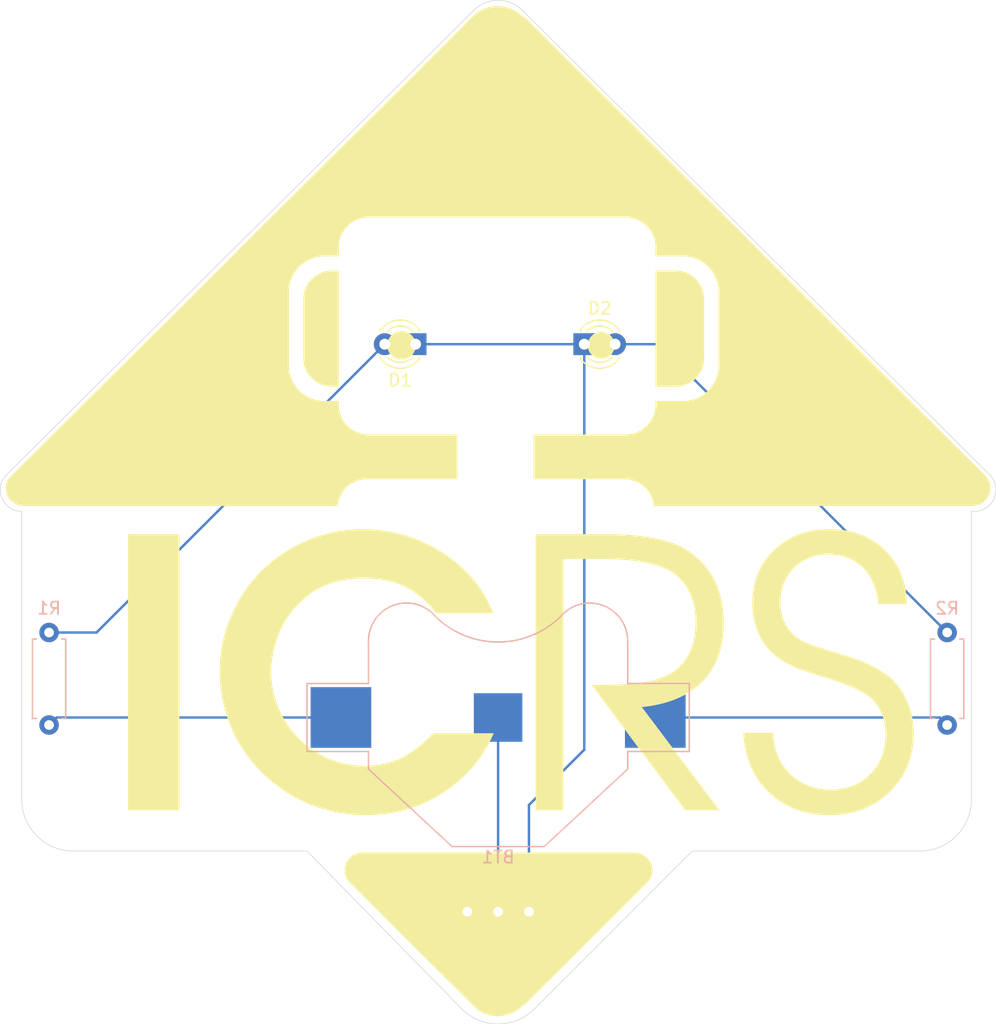
<source format=kicad_pcb>
(kicad_pcb (version 20241229) (generator "pcbnew") (generator_version "9.0")
  (layers (0 "F.Cu" signal) (2 "B.Cu" signal) (13 "F.Paste" user) (15 "B.Paste" user) (5 "F.SilkS" user "F.Silkscreen") (7 "B.SilkS" user "B.Silkscreen") (1 "F.Mask" user) (3 "B.Mask" user) (25 "Edge.Cuts" user))
  (net 0 "")
  (net 1 "GND")
  (net 2 "Net-(BT1-+)")
  (net 3 "Net-(D1-K)")
  (net 4 "Net-(D1-A)")
  (net 5 "Net-(D2-A)")
  (footprint "LED_THT:LED_D3.0mm" (layer "F.Cu") (at -6.8 -13.75 180)
    (property "Reference" "D1")
    (property "Value" "LED")
  )
  (footprint "Button_Switch_THT:SW_Slide-03_Wuerth-WS-SLTV_10x2.5x6.4_P2.54mm" (layer "F.Cu") (at 0 33 180)
    (property "Reference" "SW1")
    (property "Value" "SW_SPDT")
  )
  (footprint "LED_THT:LED_D3.0mm" (layer "F.Cu") (at 7.1 -13.75)
    (property "Reference" "D2")
    (property "Value" "LED")
  )
  (footprint "Battery:BatteryHolder_Multicomp_BC-2001_1x2032" (layer "B.Cu") (at 0 17 180)
    (property "Reference" "BT1")
    (property "Value" "Battery_Cell")
  )
  (footprint "Resistor_THT:R_Axial_DIN0207_L6.3mm_D2.5mm_P7.62mm_Horizontal" (layer "B.Cu") (at 37 10 -90)
    (property "Reference" "R2")
    (property "Value" "R")
  )
  (footprint "Resistor_THT:R_Axial_DIN0207_L6.3mm_D2.5mm_P7.62mm_Horizontal" (layer "B.Cu") (at -37 10 -90)
    (property "Reference" "R1")
    (property "Value" "R")
  )
  (gr_poly (pts (xy -13.123604 -10.2438) (xy -13.677245 -10.2438) (xy -13.799104 -10.246867) (xy -13.919362 -10.255969) (xy -14.037871 -10.270959) (xy -14.154482 -10.291687) (xy -14.269046 -10.318007) (xy -14.381415 -10.34977) (xy -14.491439 -10.386827) (xy -14.598971 -10.429031) (xy -14.703861 -10.476234) (xy -14.80596 -10.528288) (xy -14.90512 -10.585044) (xy -15.001192 -10.646355) (xy -15.094028 -10.712072) (xy -15.183478 -10.782048) (xy -15.269394 -10.856134) (xy -15.351627 -10.934182) (xy -15.430029 -11.016044) (xy -15.504451 -11.101572) (xy -15.574743 -11.190618) (xy -15.640758 -11.283034) (xy -15.702346 -11.378672) (xy -15.759359 -11.477383) (xy -15.811648 -11.57902) (xy -15.859065 -11.683435) (xy -15.90146 -11.790479) (xy -15.938685 -11.900005) (xy -15.970591 -12.011864) (xy -15.997029 -12.125908) (xy -16.017851 -12.241989) (xy -16.032909 -12.35996) (xy -16.042052 -12.479671) (xy -16.045133 -12.600975) (xy -16.045133 -17.462824) (xy -16.042052 -17.584104) (xy -16.03291 -17.703793) (xy -16.017855 -17.821742) (xy -15.997035 -17.937804) (xy -15.970599 -18.051829) (xy -15.938696 -18.163671) (xy -15.901475 -18.273181) (xy -15.859083 -18.38021) (xy -15.811671 -18.484612) (xy -15.759386 -18.586236) (xy -15.702377 -18.684937) (xy -15.640792 -18.780564) (xy -15.574782 -18.872971) (xy -15.504493 -18.962008) (xy -15.430075 -19.047529) (xy -15.351677 -19.129384) (xy -15.269446 -19.207426) (xy -15.183532 -19.281507) (xy -15.094084 -19.351478) (xy -15.00125 -19.417191) (xy -14.905178 -19.478499) (xy -14.806018 -19.535252) (xy -14.703918 -19.587304) (xy -14.599026 -19.634505) (xy -14.491492 -19.676708) (xy -14.381464 -19.713764) (xy -14.26909 -19.745526) (xy -14.15452 -19.771845) (xy -14.037902 -19.792573) (xy -13.919384 -19.807563) (xy -13.799116 -19.816665) (xy -13.677245 -19.819732) (xy -13.123604 -19.819732)) (fill yes) (layer "F.SilkS"))
  (gr_poly (pts (xy 27.63191 1.491418) (xy 27.970923 1.511334) (xy 28.301789 1.544525) (xy 28.624509 1.590994) (xy 28.939084 1.650739) (xy 29.245514 1.723761) (xy 29.5438 1.81006) (xy 29.833944 1.909635) (xy 30.115945 2.022487) (xy 30.389805 2.148616) (xy 30.655525 2.288021) (xy 30.913104 2.440703) (xy 31.162544 2.606662) (xy 31.403846 2.785898) (xy 31.637011 2.97841) (xy 31.862038 3.184199) (xy 32.076327 3.400794) (xy 32.277271 3.625723) (xy 32.464872 3.858988) (xy 32.639131 4.100589) (xy 32.800049 4.350527) (xy 32.947628 4.608802) (xy 33.081866 4.875415) (xy 33.202767 5.150367) (xy 33.310331 5.433657) (xy 33.404559 5.725288) (xy 33.485451 6.025258) (xy 33.553009 6.33357) (xy 33.607234 6.650223) (xy 33.648126 6.975218) (xy 33.675687 7.308556) (xy 33.689917 7.650237) (xy 31.303109 7.650237) (xy 31.28409 7.421912) (xy 31.257344 7.199347) (xy 31.222872 6.982541) (xy 31.180676 6.771493) (xy 31.130754 6.566202) (xy 31.073107 6.366667) (xy 31.007737 6.172888) (xy 30.934642 5.984862) (xy 30.853824 5.80259) (xy 30.765283 5.62607) (xy 30.669019 5.455301) (xy 30.565033 5.290283) (xy 30.453325 5.131013) (xy 30.333895 4.977492) (xy 30.206744 4.829718) (xy 30.071873 4.68769) (xy 29.930612 4.552978) (xy 29.784449 4.426952) (xy 29.633383 4.309611) (xy 29.477418 4.200958) (xy 29.316553 4.100993) (xy 29.150791 4.009716) (xy 28.980134 3.927129) (xy 28.804582 3.853231) (xy 28.624137 3.788025) (xy 28.438802 3.73151) (xy 28.248577 3.683688) (xy 28.053464 3.644559) (xy 27.853465 3.614124) (xy 27.64858 3.592384) (xy 27.438812 3.579339) (xy 27.224163 3.574991) (xy 27.01122 3.57937) (xy 26.803003 3.592508) (xy 26.59951 3.614402) (xy 26.400741 3.645052) (xy 26.206696 3.684457) (xy 26.017375 3.732614) (xy 25.832776 3.789524) (xy 25.6529 3.855185) (xy 25.477747 3.929596) (xy 25.307315 4.012755) (xy 25.141605 4.104662) (xy 24.980615 4.205315) (xy 24.824346 4.314714) (xy 24.672797 4.432856) (xy 24.525968 4.559741) (xy 24.383858 4.695368) (xy 24.248501 4.837793) (xy 24.121878 4.984974) (xy 24.003988 5.136911) (xy 23.894833 5.293602) (xy 23.79441 5.455049) (xy 23.702721 5.62125) (xy 23.619765 5.792205) (xy 23.545542 5.967913) (xy 23.480052 6.148375) (xy 23.423295 6.333589) (xy 23.375269 6.523556) (xy 23.335976 6.718274) (xy 23.305416 6.917744) (xy 23.283587 7.121966) (xy 23.270489 7.330938) (xy 23.266124 7.54466) (xy 23.26724 7.642166) (xy 23.270591 7.739071) (xy 23.276177 7.835378) (xy 23.284 7.931088) (xy 23.294062 8.026202) (xy 23.306364 8.120723) (xy 23.320908 8.214651) (xy 23.337695 8.307988) (xy 23.356727 8.400737) (xy 23.378005 8.492897) (xy 23.401532 8.584472) (xy 23.427308 8.675462) (xy 23.455334 8.765869) (xy 23.485614 8.855695) (xy 23.518147 8.944941) (xy 23.552936 9.033608) (xy 23.589608 9.120961) (xy 23.627938 9.206311) (xy 23.667926 9.28966) (xy 23.709572 9.371008) (xy 23.752876 9.450357) (xy 23.797836 9.527706) (xy 23.844452 9.603057) (xy 23.892725 9.676411) (xy 23.942654 9.747768) (xy 23.994238 9.817129) (xy 24.047477 9.884495) (xy 24.10237 9.949867) (xy 24.158918 10.013245) (xy 24.217119 10.07463) (xy 24.276975 10.134024) (xy 24.338483 10.191426) (xy 24.458749 10.287517) (xy 24.585391 10.380326) (xy 24.718411 10.469846) (xy 24.857811 10.556069) (xy 25.003591 10.638986) (xy 25.155754 10.718591) (xy 25.314302 10.794874) (xy 25.479235 10.867829) (xy 25.661264 10.942088) (xy 25.871398 11.021989) (xy 26.109634 11.107529) (xy 26.375975 11.198708) (xy 26.992967 11.397975) (xy 27.722372 11.619777) (xy 28.140027 11.745774) (xy 28.531968 11.867982) (xy 28.898194 11.986407) (xy 29.238699 12.101056) (xy 29.553482 12.211934) (xy 29.842539 12.319047) (xy 30.105868 12.422403) (xy 30.343465 12.522006) (xy 30.565586 12.621965) (xy 30.782782 12.726094) (xy 30.995055 12.83441) (xy 31.202403 12.946926) (xy 31.404828 13.06366) (xy 31.60233 13.184625) (xy 31.794908 13.309839) (xy 31.982564 13.439317) (xy 32.114729 13.54266) (xy 32.243186 13.649642) (xy 32.367936 13.760263) (xy 32.488979 13.874524) (xy 32.606315 13.992426) (xy 32.719944 14.11397) (xy 32.829868 14.239156) (xy 32.936086 14.367987) (xy 33.038599 14.500462) (xy 33.137407 14.636583) (xy 33.232511 14.77635) (xy 33.32391 14.919766) (xy 33.411606 15.06683) (xy 33.495599 15.217543) (xy 33.575889 15.371908) (xy 33.652476 15.529923) (xy 33.724756 15.690537) (xy 33.792369 15.852793) (xy 33.855317 16.016692) (xy 33.9136 16.182234) (xy 33.967217 16.349419) (xy 34.016171 16.518246) (xy 34.06046 16.688715) (xy 34.100085 16.860826) (xy 34.135047 17.034578) (xy 34.165346 17.209973) (xy 34.190983 17.387008) (xy 34.211957 17.565685) (xy 34.22827 17.746003) (xy 34.239922 17.927961) (xy 34.246912 18.11156) (xy 34.249243 18.296799) (xy 34.241567 18.655818) (xy 34.218543 19.007189) (xy 34.180169 19.350913) (xy 34.126449 19.686993) (xy 34.057384 20.015429) (xy 33.972974 20.336222) (xy 33.873221 20.649374) (xy 33.758127 20.954887) (xy 33.627693 21.252761) (xy 33.48192 21.542999) (xy 33.320809 21.825601) (xy 33.144362 22.100568) (xy 32.952581 22.367903) (xy 32.745466 22.627606) (xy 32.523019 22.879679) (xy 32.285241 23.124122) (xy 32.035797 23.35723) (xy 31.77845 23.575295) (xy 31.513198 23.778317) (xy 31.24004 23.966297) (xy 30.958977 24.139234) (xy 30.670008 24.297131) (xy 30.373132 24.439988) (xy 30.068348 24.567804) (xy 29.755656 24.680581) (xy 29.435056 24.778319) (xy 29.106546 24.861019) (xy 28.770126 24.928682) (xy 28.425796 24.981307) (xy 28.073555 25.018896) (xy 27.713402 25.041449) (xy 27.345337 25.048966) (xy 26.964567 25.041711) (xy 26.592641 25.019945) (xy 26.22956 24.983668) (xy 25.875325 24.932881) (xy 25.529936 24.867583) (xy 25.193395 24.787774) (xy 24.865702 24.693455) (xy 24.546859 24.584625) (xy 24.236867 24.461284) (xy 23.935726 24.323432) (xy 23.643437 24.171069) (xy 23.360002 24.004196) (xy 23.085421 23.822812) (xy 22.819696 23.626917) (xy 22.562826 23.416511) (xy 22.314814 23.191595) (xy 22.078195 22.954764) (xy 21.855501 22.708468) (xy 21.646732 22.452707) (xy 21.451887 22.187481) (xy 21.270967 21.912792) (xy 21.103971 21.62864) (xy 20.9509 21.335025) (xy 20.811754 21.031948) (xy 20.686532 20.719409) (xy 20.575235 20.39741) (xy 20.477863 20.06595) (xy 20.394415 19.725031) (xy 20.324892 19.374652) (xy 20.269293 19.014815) (xy 20.227619 18.645521) (xy 20.19987 18.266768) (xy 22.647265 18.266768) (xy 22.676112 18.531485) (xy 22.709958 18.784203) (xy 22.748793 19.024928) (xy 22.792606 19.253666) (xy 22.841387 19.470424) (xy 22.895123 19.675207) (xy 22.953804 19.868022) (xy 22.984996 19.959944) (xy 23.01742 20.048876) (xy 23.051389 20.135861) (xy 23.087316 20.222092) (xy 23.125202 20.307567) (xy 23.165043 20.392286) (xy 23.206839 20.476248) (xy 23.25059 20.559452) (xy 23.296293 20.641896) (xy 23.343947 20.72358) (xy 23.393552 20.804503) (xy 23.445106 20.884663) (xy 23.498607 20.964061) (xy 23.554056 21.042694) (xy 23.61145 21.120563) (xy 23.670788 21.197665) (xy 23.73207 21.274001) (xy 23.795294 21.349568) (xy 23.874038 21.442307) (xy 23.955439 21.532458) (xy 24.039498 21.620019) (xy 24.126214 21.70499) (xy 24.215587 21.787372) (xy 24.307617 21.867164) (xy 24.402304 21.944366) (xy 24.499648 22.018977) (xy 24.59965 22.090998) (xy 24.702308 22.160429) (xy 24.807624 22.227268) (xy 24.915597 22.291517) (xy 25.026226 22.353174) (xy 25.139513 22.41224) (xy 25.255457 22.468715) (xy 25.374058 22.522597) (xy 25.49436 22.573588) (xy 25.615552 22.621289) (xy 25.737634 22.6657) (xy 25.860607 22.706821) (xy 25.984472 22.744653) (xy 26.109229 22.779194) (xy 26.234878 22.810446) (xy 26.361419 22.838409) (xy 26.488853 22.863081) (xy 26.617181 22.884464) (xy 26.746403 22.902557) (xy 26.876518 22.917361) (xy 27.007528 22.928874) (xy 27.139433 22.937098) (xy 27.272233 22.942033) (xy 27.405928 22.943678) (xy 27.648689 22.938686) (xy 27.886085 22.923709) (xy 28.118117 22.898748) (xy 28.344783 22.863801) (xy 28.566084 22.818867) (xy 28.782019 22.763947) (xy 28.992587 22.69904) (xy 29.197789 22.624144) (xy 29.397623 22.53926) (xy 29.59209 22.444387) (xy 29.781189 22.339524) (xy 29.96492 22.224671) (xy 30.143282 22.099827) (xy 30.316275 21.964992) (xy 30.483898 21.820164) (xy 30.646151 21.665344) (xy 30.800689 21.5029) (xy 30.945264 21.335051) (xy 31.079874 21.161796) (xy 31.204519 20.983134) (xy 31.319198 20.799064) (xy 31.42391 20.609587) (xy 31.518654 20.4147) (xy 31.603429 20.214404) (xy 31.678234 20.008697) (xy 31.743068 19.797578) (xy 31.79793 19.581048) (xy 31.84282 19.359104) (xy 31.877735 19.131747) (xy 31.902676 18.898976) (xy 31.917642 18.660789) (xy 31.92263 18.417187) (xy 31.916612 18.15069) (xy 31.898557 17.892537) (xy 31.868465 17.642726) (xy 31.826337 17.401256) (xy 31.772171 17.168128) (xy 31.705967 16.943341) (xy 31.627726 16.726894) (xy 31.537447 16.518786) (xy 31.43513 16.319017) (xy 31.379457 16.222259) (xy 31.320775 16.127587) (xy 31.259082 16.034998) (xy 31.194381 15.944494) (xy 31.126669 15.856074) (xy 31.055948 15.769739) (xy 30.905476 15.603321) (xy 30.742966 15.445238) (xy 30.568416 15.295492) (xy 30.381826 15.15408) (xy 30.23863 15.060234) (xy 30.084817 14.966615) (xy 29.74534 14.780062) (xy 29.363393 14.59443) (xy 28.938975 14.409725) (xy 28.472086 14.225957) (xy 27.962722 14.043133) (xy 27.410883 13.861261) (xy 26.816567 13.680348) (xy 26.33684 13.529848) (xy 25.894614 13.386625) (xy 25.489895 13.250688) (xy 25.122691 13.122047) (xy 24.793011 13.000711) (xy 24.500862 12.886689) (xy 24.246251 12.779991) (xy 24.029187 12.680626) (xy 23.930509 12.631652) (xy 23.832714 12.580625) (xy 23.735803 12.527544) (xy 23.639775 12.472409) (xy 23.544629 12.415218) (xy 23.450367 12.355972) (xy 23.356987 12.29467) (xy 23.26449 12.231312) (xy 23.172875 12.165896) (xy 23.082141 12.098422) (xy 22.99229 12.028889) (xy 22.90332 11.957298) (xy 22.815231 11.883648) (xy 22.728024 11.807937) (xy 22.641697 11.730166) (xy 22.556251 11.650333) (xy 22.461316 11.560563) (xy 22.369094 11.467909) (xy 22.279585 11.372374) (xy 22.192791 11.273957) (xy 22.108712 11.17266) (xy 22.027347 11.068483) (xy 21.948698 10.961427) (xy 21.872764 10.851493) (xy 21.799547 10.738681) (xy 21.729046 10.622993) (xy 21.661262 10.504429) (xy 21.596196 10.382991) (xy 21.533847 10.258678) (xy 21.474216 10.131492) (xy 21.417303 10.001433) (xy 21.363109 9.868502) (xy 21.311859 9.733691) (xy 21.263922 9.597993) (xy 21.219298 9.461409) (xy 21.177985 9.323939) (xy 21.139982 9.185583) (xy 21.10529 9.046342) (xy 21.073906 8.906214) (xy 21.045829 8.765202) (xy 21.021059 8.623304) (xy 20.999595 8.480522) (xy 20.981436 8.336855) (xy 20.966581 8.192303) (xy 20.955029 8.046868) (xy 20.946778 7.900548) (xy 20.941828 7.753344) (xy 20.940179 7.605257) (xy 20.947172 7.274396) (xy 20.968151 6.950996) (xy 21.003116 6.635056) (xy 21.052066 6.326577) (xy 21.115 6.025558) (xy 21.191918 5.732) (xy 21.28282 5.445904) (xy 21.387703 5.167268) (xy 21.506569 4.896095) (xy 21.639417 4.632383) (xy 21.786245 4.376133) (xy 21.947053 4.127345) (xy 22.121841 3.88602) (xy 22.310608 3.652157) (xy 22.513354 3.425757) (xy 22.730078 3.20682) (xy 22.957648 2.998314) (xy 23.19283 2.803255) (xy 23.435624 2.621645) (xy 23.686031 2.453483) (xy 23.94405 2.298772) (xy 24.209682 2.15751) (xy 24.482927 2.029699) (xy 24.763785 1.91534) (xy 25.052257 1.814432) (xy 25.348342 1.726977) (xy 25.652041 1.652975) (xy 25.963354 1.592426) (xy 26.282281 1.545332) (xy 26.608823 1.511692) (xy 26.942979 1.491508) (xy 27.28475 1.48478)) (fill yes) (layer "F.SilkS"))
  (gr_poly (pts (xy 8.555679 -14.762501) (xy 8.612196 -14.758224) (xy 8.667892 -14.751181) (xy 8.722697 -14.741441) (xy 8.776541 -14.729074) (xy 8.829353 -14.714149) (xy 8.881065 -14.696736) (xy 8.931606 -14.676904) (xy 8.980905 -14.654723) (xy 9.028894 -14.630262) (xy 9.075501 -14.603591) (xy 9.120658 -14.574779) (xy 9.164294 -14.543896) (xy 9.206339 -14.511011) (xy 9.246724 -14.476193) (xy 9.285377 -14.439513) (xy 9.32223 -14.40104) (xy 9.357213 -14.360842) (xy 9.390255 -14.318991) (xy 9.421286 -14.275554) (xy 9.450237 -14.230602) (xy 9.477037 -14.184205) (xy 9.501617 -14.136431) (xy 9.523907 -14.08735) (xy 9.543836 -14.037032) (xy 9.561335 -13.985547) (xy 9.576334 -13.932962) (xy 9.588763 -13.879349) (xy 9.598552 -13.824777) (xy 9.60563 -13.769315) (xy 9.609928 -13.713032) (xy 9.611377 -13.655999) (xy 9.609928 -13.599001) (xy 9.60563 -13.542749) (xy 9.598552 -13.487313) (xy 9.588763 -13.432763) (xy 9.576334 -13.379168) (xy 9.561335 -13.326599) (xy 9.543836 -13.275125) (xy 9.523907 -13.224815) (xy 9.501617 -13.17574) (xy 9.477037 -13.127969) (xy 9.450237 -13.081572) (xy 9.421286 -13.036619) (xy 9.390255 -12.993178) (xy 9.357213 -12.951321) (xy 9.32223 -12.911116) (xy 9.285377 -12.872634) (xy 9.246724 -12.835944) (xy 9.206339 -12.801116) (xy 9.164294 -12.768219) (xy 9.120658 -12.737324) (xy 9.075501 -12.708499) (xy 9.028894 -12.681816) (xy 8.980905 -12.657343) (xy 8.931606 -12.635149) (xy 8.881065 -12.615306) (xy 8.829353 -12.597883) (xy 8.776541 -12.582948) (xy 8.722697 -12.570573) (xy 8.667892 -12.560826) (xy 8.612196 -12.553778) (xy 8.555679 -12.549498) (xy 8.49841 -12.548056) (xy 8.441117 -12.549498) (xy 8.384576 -12.553777) (xy 8.328858 -12.560823) (xy 8.274033 -12.570567) (xy 8.220171 -12.58294) (xy 8.167341 -12.597871) (xy 8.115613 -12.615291) (xy 8.065058 -12.635131) (xy 8.015745 -12.65732) (xy 7.967744 -12.681789) (xy 7.921125 -12.708468) (xy 7.875958 -12.737289) (xy 7.832313 -12.76818) (xy 7.790259 -12.801073) (xy 7.749868 -12.835897) (xy 7.711207 -12.872584) (xy 7.674349 -12.911063) (xy 7.639361 -12.951266) (xy 7.606315 -12.993121) (xy 7.57528 -13.03656) (xy 7.546326 -13.081513) (xy 7.519523 -13.12791) (xy 7.494941 -13.175682) (xy 7.47265 -13.224759) (xy 7.452719 -13.275071) (xy 7.435219 -13.32655) (xy 7.420219 -13.379124) (xy 7.40779 -13.432724) (xy 7.398002 -13.487282) (xy 7.390923 -13.542727) (xy 7.386625 -13.598989) (xy 7.385176 -13.655999) (xy 7.386625 -13.713032) (xy 7.390923 -13.769315) (xy 7.398002 -13.824777) (xy 7.40779 -13.879349) (xy 7.420219 -13.932962) (xy 7.435219 -13.985547) (xy 7.452719 -14.037032) (xy 7.47265 -14.08735) (xy 7.494941 -14.136431) (xy 7.519523 -14.184205) (xy 7.546326 -14.230602) (xy 7.57528 -14.275554) (xy 7.606315 -14.318991) (xy 7.639361 -14.360842) (xy 7.674349 -14.40104) (xy 7.711207 -14.439513) (xy 7.749868 -14.476193) (xy 7.790259 -14.511011) (xy 7.832313 -14.543896) (xy 7.875958 -14.574779) (xy 7.921125 -14.603591) (xy 7.967744 -14.630262) (xy 8.015745 -14.654723) (xy 8.065058 -14.676904) (xy 8.115613 -14.696736) (xy 8.167341 -14.714149) (xy 8.220171 -14.729074) (xy 8.274033 -14.741441) (xy 8.328858 -14.751181) (xy 8.384576 -14.758224) (xy 8.441117 -14.762501) (xy 8.49841 -14.763942)) (fill yes) (layer "F.SilkS"))
  (gr_poly (pts (xy 14.731882 -19.816932) (xy 14.852142 -19.80783) (xy 14.970654 -19.79284) (xy 15.087269 -19.772112) (xy 15.201839 -19.745792) (xy 15.314215 -19.714029) (xy 15.424247 -19.676972) (xy 15.531787 -19.634767) (xy 15.636686 -19.587564) (xy 15.738796 -19.535511) (xy 15.837967 -19.478754) (xy 15.93405 -19.417444) (xy 16.026897 -19.351727) (xy 16.11636 -19.281751) (xy 16.202288 -19.207665) (xy 16.284534 -19.129617) (xy 16.362948 -19.047755) (xy 16.437382 -18.962227) (xy 16.507686 -18.873181) (xy 16.573713 -18.780765) (xy 16.635313 -18.685127) (xy 16.692337 -18.586416) (xy 16.744636 -18.484779) (xy 16.792062 -18.380364) (xy 16.834466 -18.27332) (xy 16.871699 -18.163794) (xy 16.903613 -18.051935) (xy 16.930057 -17.937891) (xy 16.950884 -17.82181) (xy 16.965945 -17.703839) (xy 16.975091 -17.584128) (xy 16.978172 -17.462824) (xy 16.978172 -12.600975) (xy 16.975091 -12.479671) (xy 16.965945 -12.35996) (xy 16.950884 -12.241989) (xy 16.930057 -12.125908) (xy 16.903613 -12.011865) (xy 16.871699 -11.900007) (xy 16.834466 -11.790482) (xy 16.792062 -11.683439) (xy 16.744636 -11.579026) (xy 16.692337 -11.477391) (xy 16.635313 -11.378683) (xy 16.573713 -11.283048) (xy 16.507686 -11.190636) (xy 16.437382 -11.101594) (xy 16.362948 -11.016071) (xy 16.284534 -10.934215) (xy 16.202288 -10.856173) (xy 16.11636 -10.782095) (xy 16.026897 -10.712128) (xy 15.93405 -10.64642) (xy 15.837967 -10.585119) (xy 15.738796 -10.528374) (xy 15.636686 -10.476333) (xy 15.531787 -10.429143) (xy 15.424247 -10.386953) (xy 15.314215 -10.349911) (xy 15.201839 -10.318166) (xy 15.087269 -10.291865) (xy 14.970654 -10.271156) (xy 14.852142 -10.256187) (xy 14.731882 -10.247108) (xy 14.610022 -10.244065) (xy 12.970003 -10.244065) (xy 12.970003 -19.819999) (xy 14.610022 -19.819999)) (fill yes) (layer "F.SilkS"))
  (gr_poly (pts (xy -0.029691 -41.602079) (xy 0.008402 -41.601508) (xy 0.046557 -41.600577) (xy 0.077137 -41.599574) (xy 0.107743 -41.598324) (xy 0.138348 -41.596758) (xy 0.168928 -41.594809) (xy 0.205296 -41.591884) (xy 0.241591 -41.58853) (xy 0.277835 -41.584772) (xy 0.314053 -41.58063) (xy 0.34637 -41.576488) (xy 0.378513 -41.572007) (xy 0.410607 -41.567212) (xy 0.442776 -41.562123) (xy 0.477218 -41.556348) (xy 0.511663 -41.550167) (xy 0.546059 -41.543535) (xy 0.580357 -41.536408) (xy 0.613804 -41.528905) (xy 0.647115 -41.520907) (xy 0.68035 -41.512548) (xy 0.713571 -41.503964) (xy 0.746168 -41.495282) (xy 0.778676 -41.48642) (xy 0.81111 -41.477198) (xy 0.843481 -41.467435) (xy 0.877667 -41.456248) (xy 0.911779 -41.444452) (xy 0.945841 -41.432251) (xy 0.97988 -41.419848) (xy 1.040731 -41.397376) (xy 1.071034 -41.385713) (xy 1.086132 -41.379676) (xy 1.101188 -41.373464) (xy 1.118763 -41.366024) (xy 1.13627 -41.358334) (xy 1.171104 -41.342371) (xy 1.205739 -41.325912) (xy 1.240224 -41.309296) (xy 1.296186 -41.282529) (xy 1.324092 -41.268842) (xy 1.337961 -41.261775) (xy 1.351751 -41.254502) (xy 1.369805 -41.244629) (xy 1.38776 -41.234502) (xy 1.423435 -41.213646) (xy 1.458887 -41.192249) (xy 1.494225 -41.170626) (xy 1.518907 -41.155692) (xy 1.543638 -41.140915) (xy 1.56827 -41.125913) (xy 1.580502 -41.118208) (xy 1.592654 -41.110303) (xy 1.612055 -41.097163) (xy 1.631284 -41.083728) (xy 1.650368 -41.070039) (xy 1.669332 -41.056139) (xy 1.707007 -41.027874) (xy 1.744522 -40.999272) (xy 1.754278 -40.991953) (xy 1.764081 -40.984743) (xy 1.783714 -40.970462) (xy 1.793488 -40.963295) (xy 1.803197 -40.956046) (xy 1.812813 -40.948667) (xy 1.822308 -40.941111) (xy 1.850095 -40.918138) (xy 1.877683 -40.894813) (xy 1.90506 -40.871122) (xy 1.932212 -40.847051) (xy 1.959129 -40.822586) (xy 1.985797 -40.797712) (xy 2.012205 -40.772416) (xy 2.038339 -40.746683) (xy 2.053659 -40.73198) (xy 2.06881 -40.718498) (xy 2.083796 -40.706212) (xy 2.09862 -40.695099) (xy 2.113285 -40.685133) (xy 2.127792 -40.67629) (xy 2.142145 -40.668546) (xy 2.156347 -40.661877) (xy 2.170399 -40.656259) (xy 2.184305 -40.651667) (xy 2.198068 -40.648077) (xy 2.21169 -40.645464) (xy 2.225174 -40.643805) (xy 2.238522 -40.643075) (xy 2.251737 -40.643249) (xy 2.264823 -40.644304) (xy 40.110554 -2.971597) (xy 40.112671 -2.968871) (xy 40.114674 -2.966195) (xy 40.118431 -2.96095) (xy 40.125639 -2.950612) (xy 40.129481 -2.945362) (xy 40.131546 -2.942682) (xy 40.13374 -2.939952) (xy 40.136087 -2.937162) (xy 40.138613 -2.934303) (xy 40.14134 -2.931364) (xy 40.144295 -2.928336) (xy 40.196511 -2.873677) (xy 40.245358 -2.817066) (xy 40.290836 -2.758633) (xy 40.332945 -2.698508) (xy 40.371685 -2.636823) (xy 40.407055 -2.573706) (xy 40.439055 -2.509288) (xy 40.467685 -2.443699) (xy 40.492945 -2.37707) (xy 40.514834 -2.30953) (xy 40.533353 -2.24121) (xy 40.548502 -2.17224) (xy 40.560279 -2.10275) (xy 40.568686 -2.03287) (xy 40.573721 -1.96273) (xy 40.575385 -1.892461) (xy 40.573678 -1.822193) (xy 40.568599 -1.752056) (xy 40.560148 -1.68218) (xy 40.548325 -1.612695) (xy 40.533129 -1.543731) (xy 40.514562 -1.47542) (xy 40.492622 -1.40789) (xy 40.467309 -1.341272) (xy 40.438623 -1.275696) (xy 40.406565 -1.211293) (xy 40.371133 -1.148192) (xy 40.332328 -1.086524) (xy 40.290149 -1.026418) (xy 40.244596 -0.968006) (xy 40.19567 -0.911417) (xy 40.14337 -0.856781) (xy 40.092757 -0.808676) (xy 40.040456 -0.763429) (xy 39.986571 -0.721041) (xy 39.931204 -0.681511) (xy 39.87446 -0.644841) (xy 39.816442 -0.611029) (xy 39.757254 -0.580076) (xy 39.697 -0.551982) (xy 39.635783 -0.526746) (xy 39.573707 -0.504369) (xy 39.510876 -0.484851) (xy 39.447393 -0.468192) (xy 39.383362 -0.454391) (xy 39.318886 -0.443449) (xy 39.254071 -0.435365) (xy 39.189018 -0.430141) (xy 39.185839 -0.42992) (xy 39.182892 -0.42961) (xy 39.180159 -0.429216) (xy 39.177624 -0.428744) (xy 39.175269 -0.428201) (xy 39.173078 -0.427593) (xy 39.171035 -0.426926) (xy 39.169121 -0.426206) (xy 39.16732 -0.42544) (xy 39.165616 -0.424633) (xy 39.163991 -0.423792) (xy 39.162429 -0.422924) (xy 39.159425 -0.421127) (xy 39.156469 -0.419293) (xy 12.837175 -0.419293) (xy 12.82306 -0.534357) (xy 12.803668 -0.647716) (xy 12.779126 -0.759241) (xy 12.749561 -0.868805) (xy 12.7151 -0.97628) (xy 12.67587 -1.081539) (xy 12.631997 -1.184453) (xy 12.583609 -1.284895) (xy 12.530832 -1.382738) (xy 12.473793 -1.477853) (xy 12.412619 -1.570113) (xy 12.347437 -1.659391) (xy 12.278374 -1.745558) (xy 12.205556 -1.828487) (xy 12.129111 -1.908051) (xy 12.049165 -1.984121) (xy 11.965846 -2.05657) (xy 11.879279 -2.12527) (xy 11.789592 -2.190094) (xy 11.696912 -2.250913) (xy 11.601366 -2.307601) (xy 11.50308 -2.360029) (xy 11.402181 -2.40807) (xy 11.298796 -2.451596) (xy 11.193053 -2.49048) (xy 11.085077 -2.524593) (xy 10.974996 -2.553809) (xy 10.862937 -2.577999) (xy 10.749026 -2.597036) (xy 10.63339 -2.610791) (xy 10.516157 -2.619138) (xy 10.397452 -2.621949) (xy 2.914246 -2.621949) (xy 2.914246 -6.319635) (xy 10.514139 -6.319635) (xy 10.640473 -6.322816) (xy 10.765148 -6.332254) (xy 10.888011 -6.347798) (xy 11.008908 -6.369292) (xy 11.127684 -6.396584) (xy 11.244184 -6.429519) (xy 11.358256 -6.467944) (xy 11.469743 -6.511706) (xy 11.578493 -6.56065) (xy 11.68435 -6.614623) (xy 11.78716 -6.673472) (xy 11.88677 -6.737042) (xy 11.983025 -6.80518) (xy 12.07577 -6.877732) (xy 12.164852 -6.954545) (xy 12.250115 -7.035465) (xy 12.331407 -7.120338) (xy 12.408572 -7.20901) (xy 12.481456 -7.301329) (xy 12.549905 -7.397139) (xy 12.613765 -7.496289) (xy 12.672881 -7.598623) (xy 12.727099 -7.703988) (xy 12.776265 -7.812231) (xy 12.820225 -7.923198) (xy 12.858824 -8.036735) (xy 12.891907 -8.152688) (xy 12.919322 -8.270905) (xy 12.940913 -8.39123) (xy 12.956526 -8.513511) (xy 12.966007 -8.637594) (xy 12.969202 -8.763325) (xy 12.969202 -9.075005) (xy 15.221337 -9.075005) (xy 15.372928 -9.078821) (xy 15.52253 -9.090146) (xy 15.669956 -9.108796) (xy 15.815023 -9.134586) (xy 15.957545 -9.167332) (xy 16.097337 -9.206851) (xy 16.234213 -9.252957) (xy 16.367989 -9.305466) (xy 16.49848 -9.364194) (xy 16.6255 -9.428957) (xy 16.748865 -9.49957) (xy 16.868388 -9.575849) (xy 16.983886 -9.65761) (xy 17.095173 -9.744669) (xy 17.202063 -9.836841) (xy 17.304372 -9.933942) (xy 17.401915 -10.035787) (xy 17.494506 -10.142193) (xy 17.581961 -10.252976) (xy 17.664094 -10.367949) (xy 17.74072 -10.486931) (xy 17.811654 -10.609735) (xy 17.876712 -10.736179) (xy 17.935707 -10.866077) (xy 17.988454 -10.999245) (xy 18.034769 -11.1355) (xy 18.074467 -11.274656) (xy 18.107362 -11.41653) (xy 18.133269 -11.560937) (xy 18.152004 -11.707692) (xy 18.16338 -11.856613) (xy 18.167213 -12.007513) (xy 18.167213 -18.056154) (xy 18.16338 -18.207067) (xy 18.152004 -18.355997) (xy 18.133269 -18.502761) (xy 18.107362 -18.647176) (xy 18.074467 -18.789056) (xy 18.034769 -18.928217) (xy 17.988454 -19.064475) (xy 17.935707 -19.197646) (xy 17.876712 -19.327546) (xy 17.811654 -19.453991) (xy 17.74072 -19.576795) (xy 17.664094 -19.695776) (xy 17.581961 -19.810749) (xy 17.494506 -19.921529) (xy 17.401915 -20.027932) (xy 17.304372 -20.129775) (xy 17.202063 -20.226873) (xy 17.095173 -20.319041) (xy 16.983886 -20.406096) (xy 16.868388 -20.487853) (xy 16.748865 -20.564129) (xy 16.6255 -20.634738) (xy 16.49848 -20.699496) (xy 16.367989 -20.758221) (xy 16.234213 -20.810726) (xy 16.097337 -20.856828) (xy 15.957545 -20.896343) (xy 15.815023 -20.929087) (xy 15.669956 -20.954875) (xy 15.52253 -20.973523) (xy 15.372928 -20.984847) (xy 15.221337 -20.988662) (xy 12.969202 -20.988662) (xy 12.969202 -21.746164) (xy 12.966007 -21.87193) (xy 12.956526 -21.996043) (xy 12.940913 -22.11835) (xy 12.919322 -22.238698) (xy 12.891907 -22.356933) (xy 12.858824 -22.472902) (xy 12.820225 -22.58645) (xy 12.776265 -22.697426) (xy 12.727099 -22.805674) (xy 12.672881 -22.911042) (xy 12.613765 -23.013377) (xy 12.549905 -23.112524) (xy 12.481456 -23.208331) (xy 12.408572 -23.300644) (xy 12.331407 -23.38931) (xy 12.250115 -23.474174) (xy 12.164852 -23.555084) (xy 12.07577 -23.631886) (xy 11.983025 -23.704427) (xy 11.88677 -23.772553) (xy 11.78716 -23.836111) (xy 11.68435 -23.894947) (xy 11.578493 -23.948908) (xy 11.469743 -23.99784) (xy 11.358256 -24.04159) (xy 11.244184 -24.080005) (xy 11.127684 -24.112931) (xy 11.008908 -24.140214) (xy 10.888011 -24.161702) (xy 10.765148 -24.17724) (xy 10.640473 -24.186676) (xy 10.514139 -24.189855) (xy -10.669595 -24.189855) (xy -10.795917 -24.186676) (xy -10.920582 -24.17724) (xy -11.043435 -24.161702) (xy -11.164322 -24.140214) (xy -11.283089 -24.112931) (xy -11.399582 -24.080005) (xy -11.513645 -24.04159) (xy -11.625126 -23.99784) (xy -11.733869 -23.948908) (xy -11.83972 -23.894947) (xy -11.942525 -23.836111) (xy -12.04213 -23.772553) (xy -12.13838 -23.704427) (xy -12.231121 -23.631886) (xy -12.320199 -23.555084) (xy -12.40546 -23.474174) (xy -12.486748 -23.38931) (xy -12.56391 -23.300644) (xy -12.636792 -23.208331) (xy -12.70524 -23.112524) (xy -12.769098 -23.013377) (xy -12.828212 -22.911042) (xy -12.88243 -22.805674) (xy -12.931595 -22.697426) (xy -12.975554 -22.58645) (xy -13.014152 -22.472902) (xy -13.047235 -22.356933) (xy -13.07465 -22.238698) (xy -13.09624 -22.11835) (xy -13.111853 -21.996043) (xy -13.121334 -21.87193) (xy -13.124529 -21.746164) (xy -13.124529 -20.988662) (xy -14.290153 -20.988662) (xy -14.441732 -20.984847) (xy -14.591322 -20.973523) (xy -14.738738 -20.954875) (xy -14.883795 -20.929087) (xy -15.026307 -20.896343) (xy -15.16609 -20.856828) (xy -15.302959 -20.810726) (xy -15.436728 -20.758221) (xy -15.567211 -20.699496) (xy -15.694225 -20.634738) (xy -15.817584 -20.564129) (xy -15.937102 -20.487853) (xy -16.052595 -20.406096) (xy -16.163877 -20.319041) (xy -16.270764 -20.226873) (xy -16.37307 -20.129775) (xy -16.47061 -20.027932) (xy -16.563198 -19.921529) (xy -16.650651 -19.810749) (xy -16.732782 -19.695776) (xy -16.809406 -19.576795) (xy -16.880339 -19.453991) (xy -16.945395 -19.327546) (xy -17.004389 -19.197646) (xy -17.057136 -19.064475) (xy -17.10345 -18.928217) (xy -17.143147 -18.789056) (xy -17.176042 -18.647176) (xy -17.201949 -18.502761) (xy -17.220683 -18.355997) (xy -17.23206 -18.207067) (xy -17.235893 -18.056154) (xy -17.235893 -12.007513) (xy -17.23206 -11.856613) (xy -17.220683 -11.707692) (xy -17.201949 -11.560937) (xy -17.176042 -11.41653) (xy -17.143147 -11.274656) (xy -17.10345 -11.1355) (xy -17.057136 -10.999245) (xy -17.004389 -10.866077) (xy -16.945395 -10.736179) (xy -16.880339 -10.609735) (xy -16.809406 -10.486931) (xy -16.732782 -10.367949) (xy -16.650651 -10.252976) (xy -16.563198 -10.142193) (xy -16.47061 -10.035787) (xy -16.37307 -9.933942) (xy -16.270764 -9.836841) (xy -16.163877 -9.744669) (xy -16.052595 -9.65761) (xy -15.937102 -9.575849) (xy -15.817584 -9.49957) (xy -15.694225 -9.428957) (xy -15.567211 -9.364194) (xy -15.436728 -9.305466) (xy -15.302959 -9.252957) (xy -15.16609 -9.206851) (xy -15.026307 -9.167332) (xy -14.883795 -9.134586) (xy -14.738738 -9.108796) (xy -14.591322 -9.090146) (xy -14.441732 -9.078821) (xy -14.290153 -9.075005) (xy -13.124529 -9.075005) (xy -13.124529 -8.763325) (xy -13.121334 -8.637594) (xy -13.111853 -8.513511) (xy -13.09624 -8.39123) (xy -13.07465 -8.270905) (xy -13.047235 -8.152688) (xy -13.014152 -8.036735) (xy -12.975554 -7.923198) (xy -12.931595 -7.812231) (xy -12.88243 -7.703988) (xy -12.828212 -7.598623) (xy -12.769098 -7.496289) (xy -12.70524 -7.397139) (xy -12.636792 -7.301329) (xy -12.56391 -7.20901) (xy -12.486748 -7.120338) (xy -12.40546 -7.035465) (xy -12.320199 -6.954545) (xy -12.231121 -6.877732) (xy -12.13838 -6.80518) (xy -12.04213 -6.737042) (xy -11.942525 -6.673472) (xy -11.83972 -6.614623) (xy -11.733869 -6.56065) (xy -11.625126 -6.511706) (xy -11.513645 -6.467944) (xy -11.399582 -6.429519) (xy -11.283089 -6.396584) (xy -11.164322 -6.369292) (xy -11.043435 -6.347798) (xy -10.920582 -6.332254) (xy -10.795917 -6.322816) (xy -10.669595 -6.319635) (xy -3.354529 -6.319635) (xy -3.354529 -2.621687) (xy -10.788656 -2.621687) (xy -10.90736 -2.618876) (xy -11.024591 -2.61053) (xy -11.140223 -2.596776) (xy -11.254129 -2.577742) (xy -11.366183 -2.553555) (xy -11.476257 -2.524342) (xy -11.584226 -2.490232) (xy -11.689962 -2.451353) (xy -11.793338 -2.40783) (xy -11.894229 -2.359793) (xy -11.992507 -2.307369) (xy -12.088045 -2.250686) (xy -12.180717 -2.18987) (xy -12.270396 -2.12505) (xy -12.356956 -2.056353) (xy -12.440269 -1.983908) (xy -12.520209 -1.907841) (xy -12.596649 -1.82828) (xy -12.669463 -1.745352) (xy -12.738524 -1.659186) (xy -12.803704 -1.569909) (xy -12.864878 -1.477649) (xy -12.921919 -1.382533) (xy -12.9747 -1.284688) (xy -13.023094 -1.184243) (xy -13.066975 -1.081325) (xy -13.106215 -0.976062) (xy -13.140689 -0.868581) (xy -13.170268 -0.759009) (xy -13.194828 -0.647475) (xy -13.214241 -0.534107) (xy -13.228379 -0.41903) (xy -39.067891 -0.41903) (xy -39.069099 -0.420658) (xy -39.069736 -0.421455) (xy -39.070406 -0.422231) (xy -39.071113 -0.422981) (xy -39.071866 -0.423696) (xy -39.07267 -0.424371) (xy -39.073533 -0.424999) (xy -39.074461 -0.425572) (xy -39.075461 -0.426084) (xy -39.076539 -0.426528) (xy -39.07711 -0.426723) (xy -39.077702 -0.426898) (xy -39.078318 -0.427053) (xy -39.078958 -0.427186) (xy -39.079622 -0.427298) (xy -39.080312 -0.427386) (xy -39.081028 -0.427451) (xy -39.081771 -0.427491) (xy -39.082542 -0.427506) (xy -39.083343 -0.427494) (xy -39.155407 -0.428124) (xy -39.227372 -0.432245) (xy -39.2991 -0.439857) (xy -39.370451 -0.450961) (xy -39.441287 -0.465556) (xy -39.51147 -0.483642) (xy -39.58086 -0.505219) (xy -39.64932 -0.530287) (xy -39.71671 -0.558847) (xy -39.782892 -0.590898) (xy -39.847728 -0.62644) (xy -39.911078 -0.665473) (xy -39.972804 -0.707998) (xy -40.032767 -0.754014) (xy -40.090829 -0.803521) (xy -40.146851 -0.856519) (xy -40.191779 -0.903204) (xy -40.234216 -0.951329) (xy -40.274162 -1.000812) (xy -40.311619 -1.051572) (xy -40.346589 -1.103527) (xy -40.379073 -1.156598) (xy -40.409071 -1.210701) (xy -40.436585 -1.265756) (xy -40.484167 -1.378398) (xy -40.521828 -1.493872) (xy -40.549578 -1.611529) (xy -40.567426 -1.730718) (xy -40.575384 -1.850789) (xy -40.57346 -1.971092) (xy -40.561665 -2.090976) (xy -40.540009 -2.209793) (xy -40.508501 -2.326891) (xy -40.467151 -2.44162) (xy -40.415969 -2.55333) (xy -40.354966 -2.661371) (xy -2.094978 -40.746445) (xy -2.123421 -40.746445) (xy -2.06011 -40.807596) (xy -1.995426 -40.866413) (xy -1.929422 -40.922908) (xy -1.862153 -40.97709) (xy -1.793671 -41.02897) (xy -1.724031 -41.078558) (xy -1.653285 -41.125863) (xy -1.581487 -41.170897) (xy -1.508691 -41.21367) (xy -1.43495 -41.254191) (xy -1.360318 -41.292471) (xy -1.284848 -41.32852) (xy -1.208593 -41.362348) (xy -1.131608 -41.393966) (xy -1.053945 -41.423383) (xy -0.975658 -41.450611) (xy -0.96824 -41.453106) (xy -0.960857 -41.455699) (xy -0.946141 -41.461035) (xy -0.9314 -41.466326) (xy -0.923985 -41.468863) (xy -0.916523 -41.471279) (xy -0.894218 -41.477967) (xy -0.871855 -41.484358) (xy -0.826963 -41.496423) (xy -0.781872 -41.507813) (xy -0.736607 -41.518864) (xy -0.693646 -41.529679) (xy -0.672128 -41.534951) (xy -0.661327 -41.537435) (xy -0.650486 -41.539772) (xy -0.629533 -41.544048) (xy -0.608547 -41.548064) (xy -0.566497 -41.555454) (xy -0.524374 -41.562214) (xy -0.482212 -41.568612) (xy -0.430981 -41.576513) (xy -0.405342 -41.580204) (xy -0.379554 -41.583512) (xy -0.359654 -41.585736) (xy -0.339739 -41.587737) (xy -0.299849 -41.591173) (xy -0.25986 -41.594023) (xy -0.219747 -41.59649) (xy -0.162792 -41.599675) (xy -0.134353 -41.600952) (xy -0.10584 -41.601778) (xy -0.06776 -41.602199)) (fill yes) (layer "F.SilkS"))
  (gr_poly (pts (xy 9.298123 1.894781) (xy 9.829278 1.908347) (xy 10.341904 1.930958) (xy 10.836002 1.962613) (xy 11.311572 2.003313) (xy 11.768613 2.053056) (xy 12.207127 2.111845) (xy 12.627113 2.179677) (xy 13.028571 2.256554) (xy 13.411503 2.342476) (xy 13.775907 2.437442) (xy 14.121784 2.541452) (xy 14.449135 2.654507) (xy 14.757959 2.776606) (xy 15.048256 2.90775) (xy 15.320028 3.047938) (xy 15.517156 3.167009) (xy 15.708337 3.291006) (xy 15.893571 3.419931) (xy 16.072855 3.553783) (xy 16.246188 3.692563) (xy 16.413567 3.836271) (xy 16.57499 3.984906) (xy 16.730456 4.138469) (xy 16.879963 4.296961) (xy 17.023509 4.460382) (xy 17.161091 4.628731) (xy 17.292708 4.802009) (xy 17.418359 4.980216) (xy 17.53804 5.163353) (xy 17.651751 5.351419) (xy 17.759489 5.544414) (xy 17.861057 5.741944) (xy 17.956066 5.943461) (xy 18.044516 6.148965) (xy 18.126408 6.358458) (xy 18.201744 6.571938) (xy 18.270523 6.789407) (xy 18.332748 7.010865) (xy 18.388419 7.236311) (xy 18.437536 7.465745) (xy 18.480102 7.699169) (xy 18.516116 7.936582) (xy 18.545581 8.177985) (xy 18.568496 8.423377) (xy 18.584862 8.672759) (xy 18.594682 8.92613) (xy 18.597955 9.183492) (xy 18.591201 9.560117) (xy 18.57094 9.9268) (xy 18.537171 10.283544) (xy 18.489892 10.630352) (xy 18.429102 10.967225) (xy 18.354801 11.294166) (xy 18.266986 11.611177) (xy 18.165656 11.918261) (xy 18.050812 12.21542) (xy 17.92245 12.502656) (xy 17.780572 12.779971) (xy 17.625174 13.047369) (xy 17.456256 13.304851) (xy 17.273817 13.552419) (xy 17.077856 13.790076) (xy 16.868371 14.017825) (xy 16.646018 14.234985) (xy 16.411455 14.44092) (xy 16.164682 14.635632) (xy 15.905698 14.81912) (xy 15.634503 14.991385) (xy 15.351097 15.152426) (xy 15.05548 15.302245) (xy 14.747652 15.44084) (xy 14.427612 15.568214) (xy 14.09536 15.684364) (xy 13.750896 15.789293) (xy 13.394219 15.883) (xy 13.025331 15.965484) (xy 12.644229 16.036748) (xy 12.250915 16.09679) (xy 11.845387 16.145611) (xy 18.250555 24.642043) (xy 15.410384 24.642043) (xy 7.705978 14.326067) (xy 8.594342 14.319263) (xy 9.416637 14.298848) (xy 10.172864 14.264816) (xy 10.863023 14.217159) (xy 11.487114 14.155872) (xy 12.045138 14.080948) (xy 12.299375 14.038371) (xy 12.537094 13.992382) (xy 12.758298 13.94298) (xy 12.962984 13.890166) (xy 13.363627 13.757137) (xy 13.738417 13.602375) (xy 14.087356 13.425879) (xy 14.410444 13.227647) (xy 14.562294 13.120381) (xy 14.707682 13.00768) (xy 14.846607 12.889546) (xy 14.97907 12.765977) (xy 15.10507 12.636973) (xy 15.224608 12.502535) (xy 15.337684 12.362662) (xy 15.444298 12.217355) (xy 15.54445 12.066612) (xy 15.63814 11.910434) (xy 15.725369 11.748822) (xy 15.806135 11.581773) (xy 15.948283 11.231371) (xy 16.064584 10.859226) (xy 16.155039 10.465337) (xy 16.21965 10.049703) (xy 16.258416 9.612324) (xy 16.271337 9.153199) (xy 16.268884 8.959441) (xy 16.261523 8.769087) (xy 16.249258 8.582139) (xy 16.23209 8.398596) (xy 16.210021 8.218459) (xy 16.183052 8.041728) (xy 16.151186 7.868405) (xy 16.114423 7.698488) (xy 16.072767 7.531979) (xy 16.026217 7.368878) (xy 15.974777 7.209185) (xy 15.918448 7.052901) (xy 15.857232 6.900025) (xy 15.79113 6.75056) (xy 15.720145 6.604504) (xy 15.644277 6.461859) (xy 15.563823 6.323078) (xy 15.479177 6.188765) (xy 15.39034 6.05892) (xy 15.297313 5.933542) (xy 15.200096 5.812631) (xy 15.098691 5.696187) (xy 14.993097 5.58421) (xy 14.883316 5.476699) (xy 14.769347 5.373655) (xy 14.651191 5.275077) (xy 14.528849 5.180965) (xy 14.402322 5.091319) (xy 14.27161 5.006138) (xy 14.136713 4.925423) (xy 13.997633 4.849173) (xy 13.854369 4.777388) (xy 13.628452 4.677233) (xy 13.388851 4.58354) (xy 13.135565 4.496308) (xy 12.868594 4.415538) (xy 12.587936 4.341229) (xy 12.293591 4.273382) (xy 11.985556 4.211997) (xy 11.663833 4.157073) (xy 11.328418 4.10861) (xy 10.979313 4.06661) (xy 10.240023 4.001993) (xy 9.445955 3.963223) (xy 8.597101 3.9503) (xy 5.379499 3.9503) (xy 5.379499 24.642305) (xy 3.098525 24.642305) (xy 3.098525 1.890259) (xy 8.74844 1.890259)) (fill yes) (layer "F.SilkS"))
  (gr_poly (pts (xy -10.922851 1.486782) (xy -10.654667 1.495161) (xy -10.387726 1.509125) (xy -10.122026 1.528672) (xy -9.857569 1.5538) (xy -9.594353 1.584509) (xy -9.332378 1.620798) (xy -9.071644 1.662664) (xy -8.812149 1.710106) (xy -8.553895 1.763124) (xy -8.29688 1.821715) (xy -8.041104 1.885879) (xy -7.786567 1.955614) (xy -7.533268 2.030919) (xy -7.281207 2.111793) (xy -7.030383 2.198233) (xy -6.781744 2.28999) (xy -6.536236 2.386618) (xy -6.293858 2.488117) (xy -6.05461 2.594487) (xy -5.818492 2.705728) (xy -5.585502 2.82184) (xy -5.35564 2.942823) (xy -5.128906 3.068677) (xy -4.905299 3.199402) (xy -4.684818 3.334998) (xy -4.467463 3.475465) (xy -4.253232 3.620803) (xy -4.042127 3.771012) (xy -3.834145 3.926092) (xy -3.629287 4.086043) (xy -3.427552 4.250865) (xy -3.162171 4.483622) (xy -2.910039 4.715378) (xy -2.671147 4.946148) (xy -2.445485 5.175948) (xy -2.233044 5.404793) (xy -2.033815 5.632699) (xy -1.847788 5.85968) (xy -1.759722 5.972829) (xy -1.674954 6.085753) (xy -1.509052 6.319505) (xy -1.34363 6.569713) (xy -1.178683 6.836371) (xy -1.014205 7.119479) (xy -0.850192 7.419032) (xy -0.68664 7.735027) (xy -0.523545 8.067462) (xy -0.3609 8.416333) (xy -5.104216 8.416333) (xy -5.250626 8.231608) (xy -5.399044 8.053275) (xy -5.54947 7.881334) (xy -5.701902 7.715787) (xy -5.856341 7.556635) (xy -6.012784 7.403879) (xy -6.171233 7.257521) (xy -6.331685 7.11756) (xy -6.49414 6.984) (xy -6.658597 6.85684) (xy -6.825056 6.736082) (xy -6.993515 6.621727) (xy -7.163974 6.513776) (xy -7.336433 6.412231) (xy -7.510889 6.317092) (xy -7.687343 6.228361) (xy -7.867132 6.145508) (xy -8.051397 6.068) (xy -8.240136 5.995837) (xy -8.433353 5.929019) (xy -8.631046 5.867547) (xy -8.833218 5.81142) (xy -9.039868 5.760639) (xy -9.250998 5.715202) (xy -9.466608 5.675112) (xy -9.686699 5.640366) (xy -9.911273 5.610966) (xy -10.140329 5.586911) (xy -10.373868 5.568202) (xy -10.611892 5.554838) (xy -10.8544 5.54682) (xy -11.101395 5.544147) (xy -11.543244 5.5539) (xy -11.97364 5.583158) (xy -12.392583 5.63192) (xy -12.800073 5.700185) (xy -13.196112 5.787954) (xy -13.580699 5.895224) (xy -13.953834 6.021995) (xy -14.315519 6.168267) (xy -14.665754 6.334038) (xy -15.004538 6.519308) (xy -15.331873 6.724077) (xy -15.647758 6.948342) (xy -15.952194 7.192104) (xy -16.245182 7.455362) (xy -16.526722 7.738114) (xy -16.796814 8.040361) (xy -16.90493 8.167786) (xy -17.010153 8.298144) (xy -17.112482 8.431436) (xy -17.211917 8.567661) (xy -17.308457 8.706821) (xy -17.402103 8.848914) (xy -17.492854 8.993942) (xy -17.580709 9.141904) (xy -17.665668 9.292802) (xy -17.747731 9.446634) (xy -17.826897 9.603401) (xy -17.903166 9.763103) (xy -17.976537 9.925741) (xy -18.047011 10.091315) (xy -18.114586 10.259825) (xy -18.179263 10.43127) (xy -18.24056 10.604312) (xy -18.297898 10.777463) (xy -18.351278 10.950723) (xy -18.4007 11.124093) (xy -18.446165 11.297573) (xy -18.487674 11.471163) (xy -18.525227 11.644864) (xy -18.558824 11.818677) (xy -18.588467 11.992601) (xy -18.614156 12.166638) (xy -18.63589 12.340786) (xy -18.653672 12.515048) (xy -18.667501 12.689422) (xy -18.677379 12.863911) (xy -18.683305 13.038513) (xy -18.68528 13.213229) (xy -18.681268 13.47337) (xy -18.669231 13.731157) (xy -18.64917 13.986591) (xy -18.621083 14.239671) (xy -18.584972 14.490396) (xy -18.540835 14.738767) (xy -18.488673 14.984784) (xy -18.428485 15.228446) (xy -18.360271 15.469753) (xy -18.284031 15.708705) (xy -18.199765 15.945301) (xy -18.107473 16.179542) (xy -18.007154 16.411428) (xy -17.898808 16.640957) (xy -17.782435 16.868131) (xy -17.658035 17.092948) (xy -17.526751 17.313776) (xy -17.38968 17.528784) (xy -17.246821 17.737972) (xy -17.098174 17.941338) (xy -16.943742 18.138883) (xy -16.783523 18.330607) (xy -16.617519 18.516508) (xy -16.44573 18.696587) (xy -16.268157 18.870843) (xy -16.0848 19.039276) (xy -15.895661 19.201885) (xy -15.700739 19.35867) (xy -15.500035 19.509631) (xy -15.293551 19.654767) (xy -15.081285 19.794078) (xy -14.863239 19.927563) (xy -14.641089 20.054218) (xy -14.416458 20.172691) (xy -14.189346 20.282984) (xy -13.959754 20.385099) (xy -13.727681 20.479037) (xy -13.493128 20.5648) (xy -13.256094 20.642388) (xy -13.01658 20.711803) (xy -12.774586 20.773047) (xy -12.530111 20.82612) (xy -12.283155 20.871025) (xy -12.033719 20.907762) (xy -11.781802 20.936333) (xy -11.527405 20.956739) (xy -11.270528 20.968982) (xy -11.01117 20.973062) (xy -10.806735 20.970655) (xy -10.60494 20.963431) (xy -10.405786 20.951391) (xy -10.209276 20.934534) (xy -10.015411 20.91286) (xy -9.824192 20.886367) (xy -9.63562 20.855056) (xy -9.449699 20.818926) (xy -9.266428 20.777976) (xy -9.08581 20.732205) (xy -8.907846 20.681613) (xy -8.732538 20.6262) (xy -8.559887 20.565965) (xy -8.389895 20.500907) (xy -8.222563 20.431026) (xy -8.057893 20.356321) (xy -7.894191 20.27609) (xy -7.72971 20.189385) (xy -7.564454 20.096208) (xy -7.398422 19.99656) (xy -7.231616 19.890441) (xy -7.064036 19.777851) (xy -6.895684 19.658793) (xy -6.72656 19.533266) (xy -6.556666 19.401271) (xy -6.386002 19.262809) (xy -6.21457 19.11788) (xy -6.04237 18.966486) (xy -5.869403 18.808628) (xy -5.695671 18.644305) (xy -5.521174 18.473519) (xy -5.345913 18.29627) (xy -0.3609 18.29627) (xy -0.534848 18.680285) (xy -0.720537 19.054207) (xy -0.917967 19.418033) (xy -1.127137 19.771763) (xy -1.348049 20.115395) (xy -1.5807 20.448928) (xy -1.82509 20.77236) (xy -2.08122 21.085691) (xy -2.349089 21.388918) (xy -2.628696 21.68204) (xy -2.920042 21.965057) (xy -3.223125 22.237966) (xy -3.537945 22.500767) (xy -3.864502 22.753457) (xy -4.202796 22.996036) (xy -4.552826 23.228502) (xy -4.911399 23.448873) (xy -5.275225 23.65502) (xy -5.644304 23.846943) (xy -6.018635 24.024644) (xy -6.39822 24.188123) (xy -6.783058 24.337382) (xy -7.17315 24.472421) (xy -7.568496 24.593241) (xy -7.969095 24.699844) (xy -8.374949 24.79223) (xy -8.786057 24.8704) (xy -9.20242 24.934355) (xy -9.624037 24.984096) (xy -10.050909 25.019624) (xy -10.483036 25.040941) (xy -10.920418 25.048046) (xy -11.330775 25.041461) (xy -11.738529 25.021709) (xy -12.143681 24.988795) (xy -12.546234 24.942724) (xy -12.946188 24.8835) (xy -13.343546 24.811127) (xy -13.738308 24.725611) (xy -14.130477 24.626956) (xy -14.517422 24.516371) (xy -14.896609 24.394963) (xy -15.268028 24.262733) (xy -15.631673 24.119686) (xy -15.987535 23.965823) (xy -16.335607 23.801148) (xy -16.675881 23.625664) (xy -17.008349 23.439374) (xy -17.33373 23.242537) (xy -17.652746 23.035601) (xy -17.965393 22.818563) (xy -18.271669 22.59142) (xy -18.571569 22.354168) (xy -18.865091 22.106806) (xy -19.152232 21.849329) (xy -19.432989 21.581735) (xy -19.705203 21.306016) (xy -19.966812 21.02367) (xy -20.217817 20.734706) (xy -20.458218 20.439135) (xy -20.688015 20.136966) (xy -20.907208 19.828207) (xy -21.115797 19.512869) (xy -21.313782 19.19096) (xy -21.501062 18.862051) (xy -21.677734 18.525604) (xy -21.843793 18.181622) (xy -21.999234 17.830109) (xy -22.144052 17.471067) (xy -22.278243 17.104501) (xy -22.401802 16.730412) (xy -22.514725 16.348805) (xy -22.615605 15.962232) (xy -22.70304 15.573049) (xy -22.777027 15.181261) (xy -22.837566 14.786874) (xy -22.884655 14.389895) (xy -22.918291 13.990329) (xy -22.938474 13.588184) (xy -22.945203 13.183465) (xy -22.941547 12.887323) (xy -22.930579 12.592822) (xy -22.912297 12.299961) (xy -22.886701 12.008742) (xy -22.853789 11.719163) (xy -22.81356 11.431225) (xy -22.766012 11.144928) (xy -22.711146 10.860274) (xy -22.648959 10.57726) (xy -22.57945 10.295889) (xy -22.502618 10.01616) (xy -22.418463 9.738073) (xy -22.326982 9.461629) (xy -22.228175 9.186828) (xy -22.122041 8.913669) (xy -22.008578 8.642153) (xy -21.889045 8.373836) (xy -21.764555 8.110218) (xy -21.635105 7.851299) (xy -21.500697 7.597078) (xy -21.36133 7.347556) (xy -21.217002 7.102732) (xy -21.067715 6.862604) (xy -20.913466 6.627173) (xy -20.754257 6.396437) (xy -20.590087 6.170397) (xy -20.420955 5.949051) (xy -20.246861 5.7324) (xy -20.067804 5.520442) (xy -19.883784 5.313177) (xy -19.694802 5.110605) (xy -19.500855 4.912724) (xy -19.302113 4.719725) (xy -19.098643 4.531651) (xy -18.890447 4.348503) (xy -18.677527 4.170283) (xy -18.459882 3.996992) (xy -18.237515 3.828632) (xy -18.010427 3.665204) (xy -17.778618 3.506709) (xy -17.54209 3.353148) (xy -17.300845 3.204524) (xy -17.054882 3.060837) (xy -16.804204 2.922089) (xy -16.548811 2.788281) (xy -16.288705 2.659414) (xy -16.023887 2.53549) (xy -15.754358 2.41651) (xy -15.481647 2.303617) (xy -15.207283 2.198001) (xy -14.931265 2.099664) (xy -14.653593 2.008606) (xy -14.374266 1.924829) (xy -14.093284 1.848332) (xy -13.810645 1.779118) (xy -13.52635 1.717185) (xy -13.240398 1.662536) (xy -12.952787 1.615171) (xy -12.663519 1.575091) (xy -12.372591 1.542296) (xy -12.080003 1.516788) (xy -11.785756 1.498566) (xy -11.489847 1.487633) (xy -11.192278 1.483989)) (fill yes) (layer "F.SilkS"))
  (gr_poly (pts (xy -26.253816 24.642305) (xy -30.498937 24.642305) (xy -30.498937 1.890259) (xy -26.253816 1.890259)) (fill yes) (layer "F.SilkS"))
  (gr_poly (pts (xy 11.224418 28.11806) (xy 11.225484 28.118931) (xy 11.226618 28.119781) (xy 11.227835 28.120604) (xy 11.229151 28.121391) (xy 11.230584 28.122137) (xy 11.23215 28.122833) (xy 11.233864 28.123474) (xy 11.235743 28.124052) (xy 11.237803 28.12456) (xy 11.240062 28.124992) (xy 11.242534 28.125339) (xy 11.245236 28.125596) (xy 11.248184 28.125756) (xy 11.251396 28.12581) (xy 11.32204 28.127486) (xy 11.392548 28.132514) (xy 11.46279 28.140893) (xy 11.532635 28.152624) (xy 11.601954 28.167706) (xy 11.670617 28.18614) (xy 11.738493 28.207926) (xy 11.805453 28.233064) (xy 11.871366 28.261554) (xy 11.936103 28.293395) (xy 11.999533 28.328588) (xy 12.061527 28.367133) (xy 12.121954 28.409029) (xy 12.180685 28.454278) (xy 12.237589 28.502878) (xy 12.292537 28.55483) (xy 12.343565 28.608208) (xy 12.391357 28.663438) (xy 12.435913 28.720399) (xy 12.477235 28.778971) (xy 12.515324 28.839033) (xy 12.550182 28.900465) (xy 12.58181 28.963147) (xy 12.61021 29.026958) (xy 12.635384 29.091778) (xy 12.657332 29.157486) (xy 12.676056 29.223962) (xy 12.691558 29.291087) (xy 12.703839 29.358738) (xy 12.712901 29.426796) (xy 12.718745 29.495141) (xy 12.721373 29.563652) (xy 12.720786 29.632209) (xy 12.716985 29.700691) (xy 12.709972 29.768978) (xy 12.699749 29.836949) (xy 12.686317 29.904485) (xy 12.669677 29.971465) (xy 12.649832 30.037768) (xy 12.626781 30.103274) (xy 12.600528 30.167862) (xy 12.571073 30.231413) (xy 12.538418 30.293806) (xy 12.502565 30.35492) (xy 12.463514 30.414635) (xy 12.421267 30.472831) (xy 12.375827 30.529387) (xy 12.327193 30.584183) (xy 2.203573 40.661502) (xy 2.191859 40.66444) (xy 2.180288 40.667612) (xy 2.168869 40.671034) (xy 2.157612 40.674721) (xy 2.146526 40.678691) (xy 2.135621 40.682959) (xy 2.124907 40.687543) (xy 2.114392 40.692457) (xy 2.104087 40.697718) (xy 2.094 40.703343) (xy 2.084142 40.709347) (xy 2.074522 40.715748) (xy 2.065149 40.722561) (xy 2.056034 40.729802) (xy 2.047184 40.737488) (xy 2.038611 40.745635) (xy 1.941322 40.838224) (xy 1.84092 40.925514) (xy 1.737589 41.007507) (xy 1.631512 41.084203) (xy 1.52287 41.155604) (xy 1.411847 41.221709) (xy 1.298626 41.282519) (xy 1.18339 41.338036) (xy 1.066321 41.388259) (xy 0.947602 41.43319) (xy 0.705947 41.507178) (xy 0.459886 41.560005) (xy 0.210882 41.591677) (xy -0.039603 41.6022) (xy -0.290105 41.59158) (xy -0.539163 41.559822) (xy -0.785314 41.506932) (xy -1.027095 41.432916) (xy -1.14589 41.387987) (xy -1.263044 41.33778) (xy -1.378375 41.282293) (xy -1.491699 41.221529) (xy -1.602834 41.155488) (xy -1.711596 41.08417) (xy -12.226666 30.61686) (xy -12.278084 30.562174) (xy -12.326171 30.505579) (xy -12.370929 30.447203) (xy -12.412357 30.387175) (xy -12.450455 30.325622) (xy -12.485221 30.262673) (xy -12.516657 30.198455) (xy -12.544762 30.133096) (xy -12.569535 30.066724) (xy -12.590976 29.999467) (xy -12.609084 29.931453) (xy -12.623861 29.86281) (xy -12.635305 29.793665) (xy -12.643415 29.724148) (xy -12.648192 29.654385) (xy -12.649636 29.584504) (xy -12.647746 29.514634) (xy -12.642522 29.444902) (xy -12.633963 29.375437) (xy -12.622069 29.306366) (xy -12.60684 29.237817) (xy -12.588276 29.169919) (xy -12.566377 29.102798) (xy -12.541141 29.036583) (xy -12.512569 28.971402) (xy -12.480661 28.907383) (xy -12.445416 28.844654) (xy -12.406833 28.783342) (xy -12.364914 28.723576) (xy -12.319656 28.665483) (xy -12.271061 28.609192) (xy -12.219127 28.55483) (xy -12.163304 28.502088) (xy -12.105462 28.452803) (xy -12.045738 28.406976) (xy -11.98427 28.364607) (xy -11.921193 28.325697) (xy -11.856644 28.290246) (xy -11.79076 28.258254) (xy -11.723678 28.229723) (xy -11.655534 28.204651) (xy -11.586464 28.183041) (xy -11.516606 28.164891) (xy -11.446095 28.150203) (xy -11.375069 28.138977) (xy -11.303665 28.131213) (xy -11.232018 28.126911) (xy -11.160265 28.126073) (xy -11.156605 28.126068) (xy -11.153158 28.12596) (xy -11.149916 28.125754) (xy -11.146869 28.125453) (xy -11.144009 28.125063) (xy -11.141325 28.124589) (xy -11.138809 28.124036) (xy -11.136451 28.123408) (xy -11.134242 28.12271) (xy -11.132172 28.121948) (xy -11.130232 28.121125) (xy -11.128414 28.120248) (xy -11.126707 28.11932) (xy -11.125103 28.118346) (xy -11.123591 28.117333) (xy -11.122163 28.116283) (xy 11.222423 28.116283)) (fill yes) (layer "F.SilkS"))
  (gr_poly (pts (xy -7.896583 -14.827239) (xy -7.836746 -14.822708) (xy -7.777779 -14.815247) (xy -7.719757 -14.804929) (xy -7.662753 -14.791829) (xy -7.606842 -14.776019) (xy -7.552097 -14.757576) (xy -7.498593 -14.736571) (xy -7.446403 -14.713079) (xy -7.395602 -14.687174) (xy -7.346263 -14.65893) (xy -7.29846 -14.62842) (xy -7.252268 -14.595719) (xy -7.207761 -14.5609) (xy -7.165012 -14.524037) (xy -7.124095 -14.485204) (xy -7.085085 -14.444476) (xy -7.048055 -14.401925) (xy -7.01308 -14.357626) (xy -6.980234 -14.311653) (xy -6.949589 -14.264079) (xy -6.921222 -14.214978) (xy -6.895204 -14.164425) (xy -6.871612 -14.112493) (xy -6.850517 -14.059256) (xy -6.831995 -14.004788) (xy -6.81612 -13.949163) (xy -6.802965 -13.892454) (xy -6.792605 -13.834736) (xy -6.785113 -13.776082) (xy -6.780563 -13.716567) (xy -6.779031 -13.656264) (xy -6.780563 -13.595913) (xy -6.785113 -13.536354) (xy -6.792605 -13.47766) (xy -6.802965 -13.419906) (xy -6.81612 -13.363164) (xy -6.831995 -13.307508) (xy -6.850517 -13.253012) (xy -6.871612 -13.199751) (xy -6.895204 -13.147797) (xy -6.921222 -13.097225) (xy -6.949589 -13.048107) (xy -6.980234 -13.000519) (xy -7.01308 -12.954533) (xy -7.048055 -12.910223) (xy -7.085085 -12.867664) (xy -7.124095 -12.826928) (xy -7.165012 -12.78809) (xy -7.207761 -12.751223) (xy -7.252268 -12.716401) (xy -7.29846 -12.683698) (xy -7.346263 -12.653188) (xy -7.395602 -12.624944) (xy -7.446403 -12.599039) (xy -7.498593 -12.575549) (xy -7.552097 -12.554545) (xy -7.606842 -12.536103) (xy -7.662753 -12.520296) (xy -7.719757 -12.507198) (xy -7.777779 -12.496882) (xy -7.836746 -12.489422) (xy -7.896583 -12.484892) (xy -7.957216 -12.483366) (xy -8.017814 -12.484892) (xy -8.077619 -12.489422) (xy -8.136556 -12.496882) (xy -8.194551 -12.507198) (xy -8.25153 -12.520296) (xy -8.30742 -12.536103) (xy -8.362145 -12.554545) (xy -8.415633 -12.575549) (xy -8.467808 -12.599039) (xy -8.518596 -12.624944) (xy -8.567924 -12.653188) (xy -8.615717 -12.683698) (xy -8.661902 -12.716401) (xy -8.706403 -12.751223) (xy -8.749147 -12.78809) (xy -8.790061 -12.826928) (xy -8.829068 -12.867664) (xy -8.866097 -12.910223) (xy -8.901072 -12.954533) (xy -8.933919 -13.000519) (xy -8.964564 -13.048107) (xy -8.992934 -13.097225) (xy -9.018953 -13.147797) (xy -9.042549 -13.199751) (xy -9.063645 -13.253012) (xy -9.08217 -13.307508) (xy -9.098048 -13.363164) (xy -9.111205 -13.419906) (xy -9.121568 -13.47766) (xy -9.129061 -13.536354) (xy -9.133612 -13.595913) (xy -9.135145 -13.656264) (xy -9.133612 -13.71659) (xy -9.129064 -13.776126) (xy -9.121574 -13.834797) (xy -9.111216 -13.89253) (xy -9.098064 -13.949251) (xy -9.082193 -14.004886) (xy -9.063675 -14.059362) (xy -9.042586 -14.112605) (xy -9.018998 -14.164541) (xy -8.992987 -14.215096) (xy -8.964626 -14.264196) (xy -8.933989 -14.311769) (xy -8.90115 -14.35774) (xy -8.866182 -14.402035) (xy -8.829161 -14.444581) (xy -8.79016 -14.485304) (xy -8.749252 -14.52413) (xy -8.706513 -14.560985) (xy -8.662015 -14.595796) (xy -8.615833 -14.62849) (xy -8.568041 -14.658991) (xy -8.518713 -14.687227) (xy -8.467923 -14.713124) (xy -8.415744 -14.736608) (xy -8.362251 -14.757605) (xy -8.307518 -14.776042) (xy -8.251619 -14.791845) (xy -8.194627 -14.80494) (xy -8.136617 -14.815253) (xy -8.077663 -14.822711) (xy -8.017838 -14.82724) (xy -7.957216 -14.828766)) (fill yes) (layer "F.SilkS"))
  (gr_arc (start -2 -41.25) (mid 0 -42.078427) (end 2 -41.25) (stroke (width 0.05)) (layer "Edge.Cuts"))
  (gr_line (start -39.25 0.017767) (end -39.25 23.750001) (stroke (width 0.05)) (layer "Edge.Cuts"))
  (gr_arc (start 3 41) (mid 0 42.242641) (end -3 41) (stroke (width 0.05)) (layer "Edge.Cuts"))
  (gr_arc (start 39 23.75) (mid 37.755204 26.755204) (end 34.75 28) (stroke (width 0.05)) (layer "Edge.Cuts"))
  (gr_line (start 34.75 28) (end 16 28) (stroke (width 0.05)) (layer "Edge.Cuts"))
  (gr_line (start 39 23.75) (end 39 0) (stroke (width 0.05)) (layer "Edge.Cuts"))
  (gr_arc (start -35 28) (mid -38.005204 26.755204) (end -39.25 23.75) (stroke (width 0.05)) (layer "Edge.Cuts"))
  (gr_line (start 2 -41.249999) (end 40.5 -2.999998) (stroke (width 0.05)) (layer "Edge.Cuts"))
  (gr_line (start -35 28) (end -15.75 28) (stroke (width 0.05)) (layer "Edge.Cuts"))
  (gr_line (start -3 41) (end -15.75 28) (stroke (width 0.05)) (layer "Edge.Cuts"))
  (gr_arc (start 40.5 -3) (mid 40.831139 -0.959431) (end 39 0) (stroke (width 0.05)) (layer "Edge.Cuts"))
  (gr_line (start 16 28) (end 3 41) (stroke (width 0.05)) (layer "Edge.Cuts"))
  (gr_line (start -40.5 -3) (end -2 -41.249999) (stroke (width 0.05)) (layer "Edge.Cuts"))
  (gr_arc (start -39.25 0.017767) (mid -40.883204 -1.073505) (end -40.5 -3) (stroke (width 0.05)) (layer "Edge.Cuts"))
  (segment (start 0 33) (end 0 17) (width 0.2) (layer "B.Cu") (net 1))
  (segment (start -36.38 17) (end -37 17.62) (width 0.2) (layer "B.Cu") (net 2))
  (segment (start 36.38 17) (end 37 17.62) (width 0.2) (layer "B.Cu") (net 2))
  (segment (start -12.95 17) (end -36.38 17) (width 0.2) (layer "B.Cu") (net 2))
  (segment (start 12.95 17) (end 36.38 17) (width 0.2) (layer "B.Cu") (net 2))
  (segment (start -6.8 -13.75) (end 7.1 -13.75) (width 0.2) (layer "B.Cu") (net 3))
  (segment (start 2.54 33) (end 2.54 24.21) (width 0.2) (layer "B.Cu") (net 3))
  (segment (start 7.1 19.65) (end 7.1 -13.75) (width 0.2) (layer "B.Cu") (net 3))
  (segment (start 2.54 24.21) (end 7.1 19.65) (width 0.2) (layer "B.Cu") (net 3))
  (segment (start -37 10) (end -33.09 10) (width 0.2) (layer "B.Cu") (net 4))
  (segment (start -33.09 10) (end -9.34 -13.75) (width 0.2) (layer "B.Cu") (net 4))
  (segment (start 13.25 -13.75) (end 37 10) (width 0.2) (layer "B.Cu") (net 5))
  (segment (start 9.64 -13.75) (end 13.25 -13.75) (width 0.2) (layer "B.Cu") (net 5))
)
</source>
